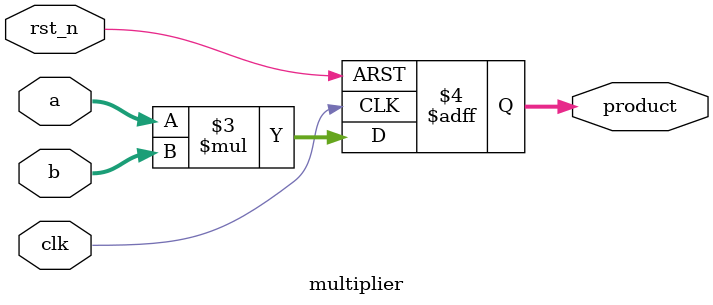
<source format=v>

module top (
  input wire clk,
  input wire rst_n,
  input wire [7:0] data_in,
  output wire [15:0] data_out
);

  // 内部信号
  wire [7:0] adder_out;
  wire [7:0] mult_out;
  wire [15:0] regfile_out;
  
  // 简单例化（不带参数）
  adder u_adder (
    .clk(clk),
    .a(data_in),
    .b(8'h01),
    .sum(adder_out)
  );
  
  // 参数化例化
  multiplier #(
    .WIDTH(8),
    .SIGNED(0)
  ) u_mult (
    .clk(clk),
    .rst_n(rst_n),
    .a(adder_out),
    .b(8'h02),
    .product(mult_out)
  );
  
  // 另一个参数化例化
  register_file #(
    .DATA_WIDTH(16),
    .DEPTH(16),
    .ADDR_WIDTH(4)
  ) u_regfile (
    .clk(clk),
    .rst_n(rst_n),
    .wr_en(1'b1),
    .wr_addr(4'h0),
    .wr_data({mult_out, mult_out}),
    .rd_addr(4'h0),
    .rd_data(regfile_out)
  );
  
  // 多个相同模块的例化
  mux2to1 u_mux0 (
    .sel(rst_n),
    .in0(regfile_out[7:0]),
    .in1(regfile_out[15:8]),
    .out(data_out[7:0])
  );
  
  mux2to1 u_mux1 (
    .sel(~rst_n),
    .in0(8'h00),
    .in1(8'hFF),
    .out(data_out[15:8])
  );

endmodule

// 子模块定义（用于测试跳转功能）
module adder (
  input wire clk,
  input wire [7:0] a,
  input wire [7:0] b,
  output reg [7:0] sum
);
  always @(posedge clk) begin
    sum <= a + b;
  end
endmodule

module multiplier #(
  parameter WIDTH = 8,
  parameter SIGNED = 0
) (
  input wire clk,
  input wire rst_n,
  input wire [WIDTH-1:0] a,
  input wire [WIDTH-1:0] b,
  output reg [WIDTH-1:0] product
);
  always @(posedge clk or negedge rst_n) begin
    if (!rst_n)
      product <= {WIDTH{1'b0}};
    else
      product <= a * b;
  end
endmodule

</source>
